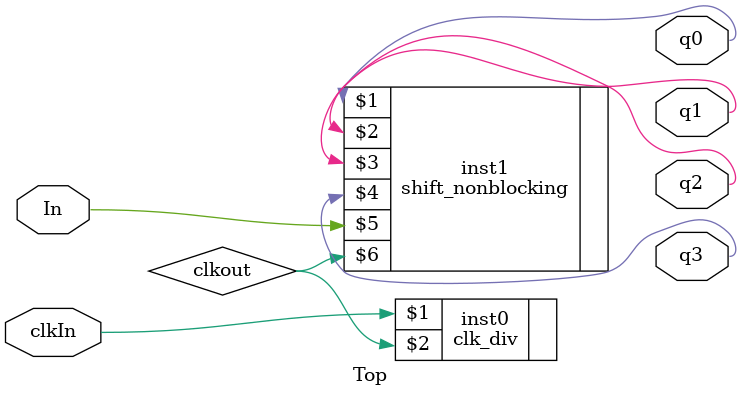
<source format=v>
`timescale 1ns / 1ps


module Top(clkIn, In, q0, q1, q2, q3);
input clkIn, In;
output q0, q1, q2, q3;
wire clkout;

clk_div inst0(clkIn, clkout);
shift_nonblocking inst1(q0, q1, q2, q3, In, clkout);



endmodule

</source>
